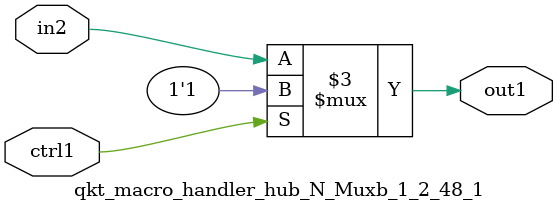
<source format=v>

`timescale 1ps / 1ps


module qkt_macro_handler_hub_N_Muxb_1_2_48_1( in2, ctrl1, out1 );

    input in2;
    input ctrl1;
    output out1;
    reg out1;

    
    // rtl_process:qkt_macro_handler_hub_N_Muxb_1_2_48_1/qkt_macro_handler_hub_N_Muxb_1_2_48_1_thread_1
    always @*
      begin : qkt_macro_handler_hub_N_Muxb_1_2_48_1_thread_1
        case (ctrl1) 
          1'b1: 
            begin
              out1 = 1'b1;
            end
          default: 
            begin
              out1 = in2;
            end
        endcase
      end

endmodule


</source>
